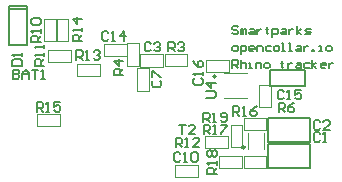
<source format=gto>
G04*
G04 #@! TF.GenerationSoftware,Altium Limited,Altium Designer,19.1.6 (110)*
G04*
G04 Layer_Color=65535*
%FSAX25Y25*%
%MOIN*%
G70*
G01*
G75*
%ADD10C,0.01000*%
%ADD11C,0.00787*%
%ADD12C,0.00394*%
%ADD13C,0.00591*%
%ADD14C,0.00598*%
D10*
X0188906Y0135236D02*
G03*
X0188906Y0135236I-0000473J0000000D01*
G01*
D11*
X0179380Y0158701D02*
G03*
X0179380Y0158701I-0000435J0000000D01*
G01*
X0110512Y0169354D02*
Y0182354D01*
Y0169354D02*
X0116512D01*
Y0182354D01*
X0110512Y0181354D02*
X0116512D01*
X0110512Y0182354D02*
X0116512D01*
X0197447Y0161057D02*
X0208947D01*
Y0155557D02*
Y0161057D01*
X0197447Y0155557D02*
X0208947D01*
X0197447D02*
Y0161057D01*
X0196866Y0144905D02*
X0210866D01*
X0196866Y0136906D02*
Y0144905D01*
Y0136906D02*
X0210866D01*
Y0144905D01*
X0196866Y0136205D02*
X0210866D01*
X0196866Y0128205D02*
Y0136205D01*
Y0128205D02*
X0210866D01*
Y0136205D01*
D12*
X0190008Y0134449D02*
Y0139961D01*
X0195520Y0134449D02*
Y0139961D01*
X0188630Y0140905D02*
Y0144843D01*
Y0140905D02*
X0196110D01*
Y0144843D01*
X0188630D02*
X0196110D01*
X0175795Y0134961D02*
Y0138898D01*
Y0134961D02*
X0183276D01*
Y0138898D01*
X0175795D02*
X0183276D01*
X0184260Y0142598D02*
X0188197D01*
X0184260Y0135118D02*
Y0142598D01*
Y0135118D02*
X0188197D01*
Y0142598D01*
X0188669Y0128386D02*
Y0132323D01*
Y0128386D02*
X0196150D01*
Y0132323D01*
X0188669D02*
X0196150D01*
X0180559Y0128307D02*
Y0132244D01*
Y0128307D02*
X0188039D01*
Y0132244D01*
X0180559D02*
X0188039D01*
X0182016Y0151575D02*
X0189890Y0151594D01*
X0182016Y0160059D02*
X0189890D01*
X0119850Y0142165D02*
Y0146102D01*
Y0142165D02*
X0127331D01*
Y0146102D01*
X0119850D02*
X0127331D01*
X0126268Y0170551D02*
X0130205D01*
Y0178032D01*
X0126268D02*
X0130205D01*
X0126268Y0170551D02*
Y0178032D01*
X0140677Y0159016D02*
Y0162953D01*
X0133197D02*
X0140677D01*
X0133197Y0159016D02*
Y0162953D01*
Y0159016D02*
X0140677D01*
X0131032Y0163543D02*
Y0167480D01*
X0123551D02*
X0131032D01*
X0123551Y0163543D02*
Y0167480D01*
Y0163543D02*
X0131032D01*
X0121976Y0170551D02*
X0125913D01*
Y0178032D01*
X0121976D02*
X0125913D01*
X0121976Y0170551D02*
Y0178032D01*
X0193827Y0156063D02*
X0197764D01*
X0193827Y0148583D02*
Y0156063D01*
Y0148583D02*
X0197764D01*
Y0156063D01*
X0149732Y0162362D02*
X0153669D01*
Y0169843D01*
X0149732D02*
X0153669D01*
X0149732Y0162362D02*
Y0169843D01*
X0169732Y0162284D02*
Y0166220D01*
X0162252D02*
X0169732D01*
X0162252Y0162284D02*
Y0166220D01*
Y0162284D02*
X0169732D01*
X0176091Y0160098D02*
X0183768D01*
X0176091D02*
Y0164232D01*
X0183768D01*
Y0160098D02*
Y0164232D01*
X0141996Y0169665D02*
X0149673D01*
Y0165532D02*
Y0169665D01*
X0141996Y0165532D02*
X0149673D01*
X0141996D02*
Y0169665D01*
X0165657Y0129350D02*
X0173335D01*
Y0125216D02*
Y0129350D01*
X0165657Y0125216D02*
X0173335D01*
X0165657D02*
Y0129350D01*
X0157075Y0154035D02*
Y0161713D01*
X0152941Y0154035D02*
X0157075D01*
X0152941D02*
Y0161713D01*
X0157075D01*
X0154161Y0162067D02*
X0161839D01*
X0154161D02*
Y0166201D01*
X0161839D01*
Y0162067D02*
Y0166201D01*
D13*
X0186726Y0175075D02*
X0186267Y0175534D01*
X0185349D01*
X0184890Y0175075D01*
Y0174616D01*
X0185349Y0174157D01*
X0186267D01*
X0186726Y0173698D01*
Y0173239D01*
X0186267Y0172779D01*
X0185349D01*
X0184890Y0173239D01*
X0187645Y0172779D02*
Y0174616D01*
X0188104D01*
X0188563Y0174157D01*
Y0172779D01*
Y0174157D01*
X0189022Y0174616D01*
X0189481Y0174157D01*
Y0172779D01*
X0190859Y0174616D02*
X0191777D01*
X0192236Y0174157D01*
Y0172779D01*
X0190859D01*
X0190400Y0173239D01*
X0190859Y0173698D01*
X0192236D01*
X0193155Y0174616D02*
Y0172779D01*
Y0173698D01*
X0193614Y0174157D01*
X0194073Y0174616D01*
X0194532D01*
X0196369Y0175075D02*
Y0174616D01*
X0195910D01*
X0196828D01*
X0196369D01*
Y0173239D01*
X0196828Y0172779D01*
X0198206Y0171861D02*
Y0174616D01*
X0199583D01*
X0200042Y0174157D01*
Y0173239D01*
X0199583Y0172779D01*
X0198206D01*
X0201420Y0174616D02*
X0202338D01*
X0202797Y0174157D01*
Y0172779D01*
X0201420D01*
X0200961Y0173239D01*
X0201420Y0173698D01*
X0202797D01*
X0203716Y0174616D02*
Y0172779D01*
Y0173698D01*
X0204175Y0174157D01*
X0204634Y0174616D01*
X0205093D01*
X0206471Y0172779D02*
Y0175534D01*
Y0173698D02*
X0207848Y0174616D01*
X0206471Y0173698D02*
X0207848Y0172779D01*
X0209226D02*
X0210603D01*
X0211062Y0173239D01*
X0210603Y0173698D01*
X0209685D01*
X0209226Y0174157D01*
X0209685Y0174616D01*
X0211062D01*
X0185349Y0167138D02*
X0186267D01*
X0186726Y0167597D01*
Y0168515D01*
X0186267Y0168974D01*
X0185349D01*
X0184890Y0168515D01*
Y0167597D01*
X0185349Y0167138D01*
X0187645Y0166219D02*
Y0168974D01*
X0189022D01*
X0189481Y0168515D01*
Y0167597D01*
X0189022Y0167138D01*
X0187645D01*
X0191777D02*
X0190859D01*
X0190400Y0167597D01*
Y0168515D01*
X0190859Y0168974D01*
X0191777D01*
X0192236Y0168515D01*
Y0168056D01*
X0190400D01*
X0193155Y0167138D02*
Y0168974D01*
X0194532D01*
X0194992Y0168515D01*
Y0167138D01*
X0197747Y0168974D02*
X0196369D01*
X0195910Y0168515D01*
Y0167597D01*
X0196369Y0167138D01*
X0197747D01*
X0199124D02*
X0200042D01*
X0200501Y0167597D01*
Y0168515D01*
X0200042Y0168974D01*
X0199124D01*
X0198665Y0168515D01*
Y0167597D01*
X0199124Y0167138D01*
X0201420D02*
X0202338D01*
X0201879D01*
Y0169893D01*
X0201420D01*
X0203716Y0167138D02*
X0204634D01*
X0204175D01*
Y0169893D01*
X0203716D01*
X0206471Y0168974D02*
X0207389D01*
X0207848Y0168515D01*
Y0167138D01*
X0206471D01*
X0206012Y0167597D01*
X0206471Y0168056D01*
X0207848D01*
X0208767Y0168974D02*
Y0167138D01*
Y0168056D01*
X0209226Y0168515D01*
X0209685Y0168974D01*
X0210144D01*
X0211522Y0167138D02*
Y0167597D01*
X0211981D01*
Y0167138D01*
X0211522D01*
X0213818D02*
X0214736D01*
X0214277D01*
Y0168974D01*
X0213818D01*
X0216572Y0167138D02*
X0217491D01*
X0217950Y0167597D01*
Y0168515D01*
X0217491Y0168974D01*
X0216572D01*
X0216113Y0168515D01*
Y0167597D01*
X0216572Y0167138D01*
X0184890Y0161496D02*
Y0164251D01*
X0186267D01*
X0186726Y0163792D01*
Y0162874D01*
X0186267Y0162414D01*
X0184890D01*
X0185808D02*
X0186726Y0161496D01*
X0187645Y0164251D02*
Y0161496D01*
Y0162874D01*
X0188104Y0163333D01*
X0189022D01*
X0189481Y0162874D01*
Y0161496D01*
X0190400D02*
X0191318D01*
X0190859D01*
Y0163333D01*
X0190400D01*
X0192696Y0161496D02*
Y0163333D01*
X0194073D01*
X0194532Y0162874D01*
Y0161496D01*
X0195910D02*
X0196828D01*
X0197287Y0161955D01*
Y0162874D01*
X0196828Y0163333D01*
X0195910D01*
X0195451Y0162874D01*
Y0161955D01*
X0195910Y0161496D01*
X0201420Y0163792D02*
Y0163333D01*
X0200961D01*
X0201879D01*
X0201420D01*
Y0161955D01*
X0201879Y0161496D01*
X0203257Y0163333D02*
Y0161496D01*
Y0162414D01*
X0203716Y0162874D01*
X0204175Y0163333D01*
X0204634D01*
X0206471D02*
X0207389D01*
X0207848Y0162874D01*
Y0161496D01*
X0206471D01*
X0206012Y0161955D01*
X0206471Y0162414D01*
X0207848D01*
X0210603Y0163333D02*
X0209226D01*
X0208767Y0162874D01*
Y0161955D01*
X0209226Y0161496D01*
X0210603D01*
X0211522D02*
Y0164251D01*
Y0162414D02*
X0212899Y0163333D01*
X0211522Y0162414D02*
X0212899Y0161496D01*
X0215654D02*
X0214736D01*
X0214277Y0161955D01*
Y0162874D01*
X0214736Y0163333D01*
X0215654D01*
X0216113Y0162874D01*
Y0162414D01*
X0214277D01*
X0217032Y0163333D02*
Y0161496D01*
Y0162414D01*
X0217491Y0162874D01*
X0217950Y0163333D01*
X0218409D01*
X0122173Y0162362D02*
X0119025D01*
Y0163936D01*
X0119549Y0164461D01*
X0120599D01*
X0121124Y0163936D01*
Y0162362D01*
Y0163412D02*
X0122173Y0164461D01*
Y0165511D02*
Y0166560D01*
Y0166036D01*
X0119025D01*
X0119549Y0165511D01*
X0122173Y0168135D02*
Y0169184D01*
Y0168659D01*
X0119025D01*
X0119549Y0168135D01*
X0119693Y0147047D02*
Y0150196D01*
X0121267D01*
X0121792Y0149671D01*
Y0148621D01*
X0121267Y0148097D01*
X0119693D01*
X0120742D02*
X0121792Y0147047D01*
X0122842D02*
X0123891D01*
X0123366D01*
Y0150196D01*
X0122842Y0149671D01*
X0127564Y0150196D02*
X0125465D01*
Y0148621D01*
X0126515Y0149146D01*
X0127040D01*
X0127564Y0148621D01*
Y0147572D01*
X0127040Y0147047D01*
X0125990D01*
X0125465Y0147572D01*
X0134772Y0170630D02*
X0131623D01*
Y0172204D01*
X0132148Y0172729D01*
X0133197D01*
X0133722Y0172204D01*
Y0170630D01*
Y0171679D02*
X0134772Y0172729D01*
Y0173778D02*
Y0174828D01*
Y0174303D01*
X0131623D01*
X0132148Y0173778D01*
X0134772Y0177977D02*
X0131623D01*
X0133197Y0176402D01*
Y0178501D01*
X0132803Y0164331D02*
Y0167479D01*
X0134377D01*
X0134902Y0166955D01*
Y0165905D01*
X0134377Y0165380D01*
X0132803D01*
X0133853D02*
X0134902Y0164331D01*
X0135952D02*
X0137001D01*
X0136477D01*
Y0167479D01*
X0135952Y0166955D01*
X0138576D02*
X0139100Y0167479D01*
X0140150D01*
X0140675Y0166955D01*
Y0166430D01*
X0140150Y0165905D01*
X0139625D01*
X0140150D01*
X0140675Y0165380D01*
Y0164856D01*
X0140150Y0164331D01*
X0139100D01*
X0138576Y0164856D01*
X0120992Y0170236D02*
X0117843D01*
Y0171810D01*
X0118368Y0172335D01*
X0119418D01*
X0119943Y0171810D01*
Y0170236D01*
Y0171286D02*
X0120992Y0172335D01*
Y0173385D02*
Y0174434D01*
Y0173910D01*
X0117843D01*
X0118368Y0173385D01*
Y0176009D02*
X0117843Y0176533D01*
Y0177583D01*
X0118368Y0178108D01*
X0120467D01*
X0120992Y0177583D01*
Y0176533D01*
X0120467Y0176009D01*
X0118368D01*
X0157737Y0169710D02*
X0157212Y0170235D01*
X0156163D01*
X0155638Y0169710D01*
Y0167611D01*
X0156163Y0167087D01*
X0157212D01*
X0157737Y0167611D01*
X0158786Y0169710D02*
X0159311Y0170235D01*
X0160361D01*
X0160885Y0169710D01*
Y0169186D01*
X0160361Y0168661D01*
X0159836D01*
X0160361D01*
X0160885Y0168136D01*
Y0167611D01*
X0160361Y0167087D01*
X0159311D01*
X0158786Y0167611D01*
X0111740Y0161062D02*
Y0157913D01*
X0113314D01*
X0113839Y0158438D01*
Y0158963D01*
X0113314Y0159488D01*
X0111740D01*
X0113314D01*
X0113839Y0160012D01*
Y0160537D01*
X0113314Y0161062D01*
X0111740D01*
X0114889Y0157913D02*
Y0160012D01*
X0115938Y0161062D01*
X0116988Y0160012D01*
Y0157913D01*
Y0159488D01*
X0114889D01*
X0118037Y0161062D02*
X0120136D01*
X0119087D01*
Y0157913D01*
X0121186D02*
X0122236D01*
X0121711D01*
Y0161062D01*
X0121186Y0160537D01*
X0176111Y0151732D02*
X0178735D01*
X0179260Y0152257D01*
Y0153307D01*
X0178735Y0153831D01*
X0176111D01*
X0179260Y0156455D02*
X0176111D01*
X0177685Y0154881D01*
Y0156980D01*
X0200244Y0146850D02*
Y0149999D01*
X0201818D01*
X0202343Y0149474D01*
Y0148425D01*
X0201818Y0147900D01*
X0200244D01*
X0201294D02*
X0202343Y0146850D01*
X0205492Y0149999D02*
X0204442Y0149474D01*
X0203393Y0148425D01*
Y0147375D01*
X0203918Y0146850D01*
X0204967D01*
X0205492Y0147375D01*
Y0147900D01*
X0204967Y0148425D01*
X0203393D01*
X0148551Y0159213D02*
X0145403D01*
Y0160787D01*
X0145927Y0161312D01*
X0146977D01*
X0147502Y0160787D01*
Y0159213D01*
Y0160262D02*
X0148551Y0161312D01*
Y0163935D02*
X0145403D01*
X0146977Y0162361D01*
Y0164460D01*
X0163512Y0167087D02*
Y0170235D01*
X0165086D01*
X0165611Y0169710D01*
Y0168661D01*
X0165086Y0168136D01*
X0163512D01*
X0164561D02*
X0165611Y0167087D01*
X0166660Y0169710D02*
X0167185Y0170235D01*
X0168235D01*
X0168760Y0169710D01*
Y0169186D01*
X0168235Y0168661D01*
X0167710D01*
X0168235D01*
X0168760Y0168136D01*
Y0167611D01*
X0168235Y0167087D01*
X0167185D01*
X0166660Y0167611D01*
X0111544Y0162362D02*
X0114693D01*
Y0163936D01*
X0114168Y0164461D01*
X0112069D01*
X0111544Y0163936D01*
Y0162362D01*
X0114693Y0165511D02*
Y0166560D01*
Y0166036D01*
X0111544D01*
X0112069Y0165511D01*
X0172305Y0158162D02*
X0171781Y0157637D01*
Y0156588D01*
X0172305Y0156063D01*
X0174404D01*
X0174929Y0156588D01*
Y0157637D01*
X0174404Y0158162D01*
X0174929Y0159212D02*
Y0160261D01*
Y0159736D01*
X0171781D01*
X0172305Y0159212D01*
X0171781Y0163935D02*
X0172305Y0162885D01*
X0173355Y0161835D01*
X0174404D01*
X0174929Y0162360D01*
Y0163410D01*
X0174404Y0163935D01*
X0173880D01*
X0173355Y0163410D01*
Y0161835D01*
X0202068Y0153726D02*
X0201543Y0154251D01*
X0200493D01*
X0199969Y0153726D01*
Y0151627D01*
X0200493Y0151102D01*
X0201543D01*
X0202068Y0151627D01*
X0203117Y0151102D02*
X0204167D01*
X0203642D01*
Y0154251D01*
X0203117Y0153726D01*
X0207840Y0154251D02*
X0205741D01*
Y0152677D01*
X0206790Y0153201D01*
X0207315D01*
X0207840Y0152677D01*
Y0151627D01*
X0207315Y0151102D01*
X0206266D01*
X0205741Y0151627D01*
X0143564Y0173254D02*
X0143039Y0173778D01*
X0141989D01*
X0141465Y0173254D01*
Y0171155D01*
X0141989Y0170630D01*
X0143039D01*
X0143564Y0171155D01*
X0144613Y0170630D02*
X0145663D01*
X0145138D01*
Y0173778D01*
X0144613Y0173254D01*
X0148811Y0170630D02*
Y0173778D01*
X0147237Y0172204D01*
X0149336D01*
X0167540Y0133018D02*
X0167015Y0133542D01*
X0165966D01*
X0165441Y0133018D01*
Y0130919D01*
X0165966Y0130394D01*
X0167015D01*
X0167540Y0130919D01*
X0168589Y0130394D02*
X0169639D01*
X0169114D01*
Y0133542D01*
X0168589Y0133018D01*
X0171213D02*
X0171738Y0133542D01*
X0172788D01*
X0173312Y0133018D01*
Y0130919D01*
X0172788Y0130394D01*
X0171738D01*
X0171213Y0130919D01*
Y0133018D01*
X0158486Y0157375D02*
X0157962Y0156850D01*
Y0155800D01*
X0158486Y0155276D01*
X0160585D01*
X0161110Y0155800D01*
Y0156850D01*
X0160585Y0157375D01*
X0157962Y0158424D02*
Y0160523D01*
X0158486D01*
X0160585Y0158424D01*
X0161110D01*
X0214115Y0143569D02*
X0213590Y0144094D01*
X0212541D01*
X0212016Y0143569D01*
Y0141470D01*
X0212541Y0140945D01*
X0213590D01*
X0214115Y0141470D01*
X0217263Y0140945D02*
X0215164D01*
X0217263Y0143044D01*
Y0143569D01*
X0216739Y0144094D01*
X0215689D01*
X0215164Y0143569D01*
X0214115Y0139671D02*
X0213590Y0140196D01*
X0212541D01*
X0212016Y0139671D01*
Y0137572D01*
X0212541Y0137047D01*
X0213590D01*
X0214115Y0137572D01*
X0215164Y0137047D02*
X0216214D01*
X0215689D01*
Y0140196D01*
X0215164Y0139671D01*
D14*
X0167173Y0142676D02*
X0169272D01*
X0168223D01*
Y0139528D01*
X0172421D02*
X0170322D01*
X0172421Y0141627D01*
Y0142151D01*
X0171896Y0142676D01*
X0170847D01*
X0170322Y0142151D01*
X0175165Y0143583D02*
Y0146731D01*
X0176740D01*
X0177264Y0146206D01*
Y0145157D01*
X0176740Y0144632D01*
X0175165D01*
X0176215D02*
X0177264Y0143583D01*
X0178314D02*
X0179364D01*
X0178839D01*
Y0146731D01*
X0178314Y0146206D01*
X0180938Y0144107D02*
X0181463Y0143583D01*
X0182512D01*
X0183037Y0144107D01*
Y0146206D01*
X0182512Y0146731D01*
X0181463D01*
X0180938Y0146206D01*
Y0145682D01*
X0181463Y0145157D01*
X0183037D01*
X0179654Y0126221D02*
X0176505D01*
Y0127795D01*
X0177030Y0128320D01*
X0178079D01*
X0178604Y0127795D01*
Y0126221D01*
Y0127270D02*
X0179654Y0128320D01*
Y0129369D02*
Y0130419D01*
Y0129894D01*
X0176505D01*
X0177030Y0129369D01*
Y0131993D02*
X0176505Y0132518D01*
Y0133567D01*
X0177030Y0134092D01*
X0177555D01*
X0178079Y0133567D01*
X0178604Y0134092D01*
X0179129D01*
X0179654Y0133567D01*
Y0132518D01*
X0179129Y0131993D01*
X0178604D01*
X0178079Y0132518D01*
X0177555Y0131993D01*
X0177030D01*
X0178079Y0132518D02*
Y0133567D01*
X0175284Y0139528D02*
Y0142676D01*
X0176858D01*
X0177383Y0142151D01*
Y0141102D01*
X0176858Y0140577D01*
X0175284D01*
X0176333D02*
X0177383Y0139528D01*
X0178432D02*
X0179482D01*
X0178957D01*
Y0142676D01*
X0178432Y0142151D01*
X0181056Y0142676D02*
X0183155D01*
Y0142151D01*
X0181056Y0140052D01*
Y0139528D01*
X0185087Y0145709D02*
Y0148857D01*
X0186661D01*
X0187186Y0148333D01*
Y0147283D01*
X0186661Y0146758D01*
X0185087D01*
X0186136D02*
X0187186Y0145709D01*
X0188235D02*
X0189285D01*
X0188760D01*
Y0148857D01*
X0188235Y0148333D01*
X0192958Y0148857D02*
X0191909Y0148333D01*
X0190859Y0147283D01*
Y0146233D01*
X0191384Y0145709D01*
X0192433D01*
X0192958Y0146233D01*
Y0146758D01*
X0192433Y0147283D01*
X0190859D01*
X0165953Y0135118D02*
Y0138267D01*
X0167527D01*
X0168052Y0137742D01*
Y0136692D01*
X0167527Y0136168D01*
X0165953D01*
X0167002D02*
X0168052Y0135118D01*
X0169101D02*
X0170151D01*
X0169626D01*
Y0138267D01*
X0169101Y0137742D01*
X0173824Y0135118D02*
X0171725D01*
X0173824Y0137217D01*
Y0137742D01*
X0173300Y0138267D01*
X0172250D01*
X0171725Y0137742D01*
M02*

</source>
